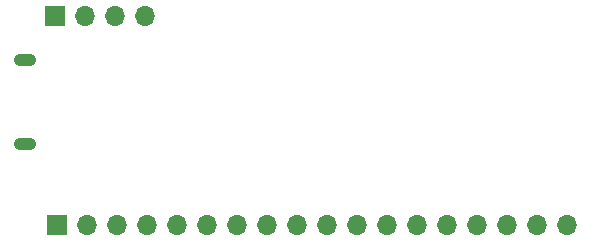
<source format=gbr>
%TF.GenerationSoftware,KiCad,Pcbnew,(6.0.6)*%
%TF.CreationDate,2022-07-30T22:38:46-07:00*%
%TF.ProjectId,ManySegDisplayController,4d616e79-5365-4674-9469-73706c617943,rev?*%
%TF.SameCoordinates,Original*%
%TF.FileFunction,Soldermask,Bot*%
%TF.FilePolarity,Negative*%
%FSLAX46Y46*%
G04 Gerber Fmt 4.6, Leading zero omitted, Abs format (unit mm)*
G04 Created by KiCad (PCBNEW (6.0.6)) date 2022-07-30 22:38:46*
%MOMM*%
%LPD*%
G01*
G04 APERTURE LIST*
%ADD10R,1.700000X1.700000*%
%ADD11O,1.700000X1.700000*%
%ADD12O,1.900000X1.050000*%
G04 APERTURE END LIST*
D10*
%TO.C,J1*%
X126920000Y-85750000D03*
D11*
X129460000Y-85750000D03*
X132000000Y-85750000D03*
X134540000Y-85750000D03*
X137080000Y-85750000D03*
X139620000Y-85750000D03*
X142160000Y-85750000D03*
X144700000Y-85750000D03*
X147240000Y-85750000D03*
X149780000Y-85750000D03*
X152320000Y-85750000D03*
X154860000Y-85750000D03*
X157400000Y-85750000D03*
X159940000Y-85750000D03*
X162480000Y-85750000D03*
X165020000Y-85750000D03*
X167560000Y-85750000D03*
X170100000Y-85750000D03*
%TD*%
D12*
%TO.C,J10*%
X124230000Y-78915000D03*
X124230000Y-71765000D03*
%TD*%
D10*
%TO.C,J2*%
X126750000Y-68000000D03*
D11*
X129290000Y-68000000D03*
X131830000Y-68000000D03*
X134370000Y-68000000D03*
%TD*%
M02*

</source>
